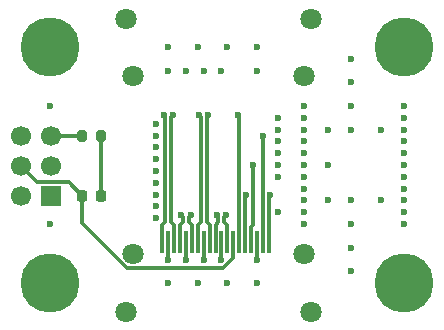
<source format=gbr>
%TF.GenerationSoftware,KiCad,Pcbnew,9.0.6*%
%TF.CreationDate,2025-12-18T20:09:51-08:00*%
%TF.ProjectId,hdmi,68646d69-2e6b-4696-9361-645f70636258,rev?*%
%TF.SameCoordinates,Original*%
%TF.FileFunction,Copper,L4,Bot*%
%TF.FilePolarity,Positive*%
%FSLAX46Y46*%
G04 Gerber Fmt 4.6, Leading zero omitted, Abs format (unit mm)*
G04 Created by KiCad (PCBNEW 9.0.6) date 2025-12-18 20:09:51*
%MOMM*%
%LPD*%
G01*
G04 APERTURE LIST*
G04 Aperture macros list*
%AMRoundRect*
0 Rectangle with rounded corners*
0 $1 Rounding radius*
0 $2 $3 $4 $5 $6 $7 $8 $9 X,Y pos of 4 corners*
0 Add a 4 corners polygon primitive as box body*
4,1,4,$2,$3,$4,$5,$6,$7,$8,$9,$2,$3,0*
0 Add four circle primitives for the rounded corners*
1,1,$1+$1,$2,$3*
1,1,$1+$1,$4,$5*
1,1,$1+$1,$6,$7*
1,1,$1+$1,$8,$9*
0 Add four rect primitives between the rounded corners*
20,1,$1+$1,$2,$3,$4,$5,0*
20,1,$1+$1,$4,$5,$6,$7,0*
20,1,$1+$1,$6,$7,$8,$9,0*
20,1,$1+$1,$8,$9,$2,$3,0*%
G04 Aperture macros list end*
%TA.AperFunction,ComponentPad*%
%ADD10C,5.000000*%
%TD*%
%TA.AperFunction,ComponentPad*%
%ADD11C,1.800000*%
%TD*%
%TA.AperFunction,SMDPad,CuDef*%
%ADD12RoundRect,0.218750X-0.218750X-0.256250X0.218750X-0.256250X0.218750X0.256250X-0.218750X0.256250X0*%
%TD*%
%TA.AperFunction,ComponentPad*%
%ADD13R,1.700000X1.700000*%
%TD*%
%TA.AperFunction,ComponentPad*%
%ADD14C,1.700000*%
%TD*%
%TA.AperFunction,SMDPad,CuDef*%
%ADD15RoundRect,0.200000X-0.200000X-0.275000X0.200000X-0.275000X0.200000X0.275000X-0.200000X0.275000X0*%
%TD*%
%TA.AperFunction,SMDPad,CuDef*%
%ADD16R,0.300000X1.900000*%
%TD*%
%TA.AperFunction,ViaPad*%
%ADD17C,0.600000*%
%TD*%
%TA.AperFunction,Conductor*%
%ADD18C,0.300000*%
%TD*%
G04 APERTURE END LIST*
D10*
%TO.P,H2,1,1*%
%TO.N,GND*%
X150000000Y-80000000D03*
%TD*%
%TO.P,H4,1,1*%
%TO.N,GND*%
X150000000Y-100000000D03*
%TD*%
%TO.P,H1,1,1*%
%TO.N,GND*%
X120000000Y-80000000D03*
%TD*%
D11*
%TO.P,J1,SH,SH*%
%TO.N,GND*%
X142100000Y-77600000D03*
X141500000Y-82500000D03*
X127000000Y-82500000D03*
X126400000Y-77600000D03*
%TD*%
D10*
%TO.P,H3,1,1*%
%TO.N,GND*%
X120000000Y-100000000D03*
%TD*%
D12*
%TO.P,D2,1,K*%
%TO.N,Net-(D2-K)*%
X122732500Y-92600000D03*
%TO.P,D2,2,A*%
%TO.N,Net-(D2-A)*%
X124307500Y-92600000D03*
%TD*%
D13*
%TO.P,J3,1,Pin_1*%
%TO.N,unconnected-(J3-Pin_1-Pad1)*%
X120040000Y-92580000D03*
D14*
%TO.P,J3,2,Pin_2*%
%TO.N,GND*%
X117500000Y-92580000D03*
%TO.P,J3,3,Pin_3*%
%TO.N,unconnected-(J3-Pin_3-Pad3)*%
X120040000Y-90040000D03*
%TO.P,J3,4,Pin_4*%
%TO.N,Net-(D2-K)*%
X117500000Y-90040000D03*
%TO.P,J3,5,Pin_5*%
%TO.N,VDD*%
X120040000Y-87500000D03*
%TO.P,J3,6,Pin_6*%
%TO.N,Net-(D1-K)*%
X117500000Y-87500000D03*
%TD*%
D15*
%TO.P,R2,1*%
%TO.N,VDD*%
X122675000Y-87500000D03*
%TO.P,R2,2*%
%TO.N,Net-(D2-A)*%
X124325000Y-87500000D03*
%TD*%
D16*
%TO.P,J2,1,D2+*%
%TO.N,/D2+*%
X129500000Y-96500000D03*
%TO.P,J2,2,D2S*%
%TO.N,GND*%
X130000000Y-96500000D03*
%TO.P,J2,3,D2-*%
%TO.N,/D2-*%
X130500000Y-96500000D03*
%TO.P,J2,4,D1+*%
%TO.N,/D1+*%
X131000000Y-96500000D03*
%TO.P,J2,5,D1S*%
%TO.N,GND*%
X131500000Y-96500000D03*
%TO.P,J2,6,D1-*%
%TO.N,/D1-*%
X132000000Y-96500000D03*
%TO.P,J2,7,D0+*%
%TO.N,/D0+*%
X132500000Y-96500000D03*
%TO.P,J2,8,D0S*%
%TO.N,GND*%
X133000000Y-96500000D03*
%TO.P,J2,9,D0-*%
%TO.N,/D0-*%
X133500000Y-96500000D03*
%TO.P,J2,10,CK+*%
%TO.N,/CK+*%
X134000000Y-96500000D03*
%TO.P,J2,11,CKS*%
%TO.N,GND*%
X134500000Y-96500000D03*
%TO.P,J2,12,CK-*%
%TO.N,/CK-*%
X135000000Y-96500000D03*
%TO.P,J2,13,CEC*%
%TO.N,Net-(D2-K)*%
X135500000Y-96500000D03*
%TO.P,J2,14,UTILITY*%
%TO.N,Net-(J1-UTILITY)*%
X136000000Y-96500000D03*
%TO.P,J2,15,SCL*%
%TO.N,Net-(J1-SCL)*%
X136500000Y-96500000D03*
%TO.P,J2,16,SDA*%
%TO.N,Net-(J1-SDA)*%
X137000000Y-96500000D03*
%TO.P,J2,17,GND*%
%TO.N,GND*%
X137500000Y-96500000D03*
%TO.P,J2,18,+5V*%
%TO.N,Net-(J1-+5V)*%
X138000000Y-96500000D03*
%TO.P,J2,19,HPD*%
%TO.N,Net-(J1-HPD)*%
X138500000Y-96500000D03*
D11*
%TO.P,J2,SH,SH*%
%TO.N,GND*%
X142100000Y-102400000D03*
X141500000Y-97500000D03*
X127000000Y-97500000D03*
X126400000Y-102400000D03*
%TD*%
D17*
%TO.N,Net-(J1-HPD)*%
X138600000Y-92500000D03*
%TO.N,Net-(J1-SDA)*%
X137200000Y-90000000D03*
%TO.N,Net-(J1-UTILITY)*%
X135900000Y-85750000D03*
%TO.N,Net-(J1-SCL)*%
X136600000Y-92500000D03*
%TO.N,/D0+*%
X132600000Y-85750000D03*
%TO.N,/D1+*%
X131100000Y-94250000D03*
%TO.N,/D2+*%
X129600000Y-85750000D03*
%TO.N,/D1-*%
X131900000Y-94250000D03*
%TO.N,/D0-*%
X133400000Y-85750000D03*
%TO.N,/D2-*%
X130400000Y-85750000D03*
%TO.N,/CK+*%
X134100000Y-94250000D03*
%TO.N,/CK-*%
X134900000Y-94250000D03*
%TO.N,GND*%
X132500000Y-100000000D03*
X129000000Y-89500000D03*
X150000000Y-87000000D03*
X145500000Y-81000000D03*
X130000000Y-80000000D03*
X130000000Y-82000000D03*
X150000000Y-90000000D03*
X148000000Y-93000000D03*
X129000000Y-92500000D03*
X150000000Y-95000000D03*
X145500000Y-99000000D03*
X129000000Y-90500000D03*
X141500000Y-88000000D03*
X145500000Y-85000000D03*
X130000000Y-98000000D03*
X145500000Y-95000000D03*
X150000000Y-86000000D03*
X150000000Y-91000000D03*
X150000000Y-92000000D03*
X145500000Y-97000000D03*
X133000000Y-98000000D03*
X145500000Y-87000000D03*
X139250000Y-89000000D03*
X129000000Y-91500000D03*
X150000000Y-93000000D03*
X129000000Y-88500000D03*
X137500000Y-82000000D03*
X148000000Y-87000000D03*
X141500000Y-92000000D03*
X134500000Y-98000000D03*
X145500000Y-83000000D03*
X141500000Y-85000000D03*
X120000000Y-95000000D03*
X141500000Y-87000000D03*
X150000000Y-94000000D03*
X132500000Y-80000000D03*
X150000000Y-85000000D03*
X141500000Y-94000000D03*
X141500000Y-93000000D03*
X141500000Y-90000000D03*
X120000000Y-85000000D03*
X139250000Y-88000000D03*
X150000000Y-89000000D03*
X143500000Y-87000000D03*
X130000000Y-100000000D03*
X139250000Y-90000000D03*
X139250000Y-86000000D03*
X141500000Y-89000000D03*
X141500000Y-95000000D03*
X131500000Y-82000000D03*
X150000000Y-88000000D03*
X137500000Y-100000000D03*
X141500000Y-91000000D03*
X139250000Y-87000000D03*
X134500000Y-82000000D03*
X139250000Y-91000000D03*
X143500000Y-93000000D03*
X129000000Y-86500000D03*
X143500000Y-90000000D03*
X135000000Y-80000000D03*
X129000000Y-87500000D03*
X137500000Y-80000000D03*
X129000000Y-94500000D03*
X137500000Y-98000000D03*
X133000000Y-82000000D03*
X129000000Y-93500000D03*
X141500000Y-86000000D03*
X135000000Y-100000000D03*
X131500000Y-98000000D03*
X139250000Y-94000000D03*
X145500000Y-93000000D03*
%TO.N,Net-(J1-+5V)*%
X138000000Y-87500000D03*
%TD*%
D18*
%TO.N,Net-(J1-HPD)*%
X138600000Y-92500000D02*
X138500000Y-92600000D01*
X138500000Y-92600000D02*
X138500000Y-96500000D01*
%TO.N,Net-(J1-SDA)*%
X137200000Y-90000000D02*
X137200000Y-95050000D01*
X137200000Y-95050000D02*
X137000000Y-95250000D01*
X137000000Y-95250000D02*
X137000000Y-96500000D01*
%TO.N,Net-(J1-UTILITY)*%
X136000000Y-85850000D02*
X136000000Y-96500000D01*
X135900000Y-85750000D02*
X136000000Y-85850000D01*
%TO.N,Net-(J1-SCL)*%
X136500000Y-92600000D02*
X136500000Y-96500000D01*
X136600000Y-92500000D02*
X136500000Y-92600000D01*
%TO.N,/D0+*%
X132600000Y-85750000D02*
X132750000Y-85900000D01*
X132500000Y-95074999D02*
X132500000Y-96500000D01*
X132750000Y-94824999D02*
X132500000Y-95074999D01*
X132750000Y-85900000D02*
X132750000Y-94824999D01*
%TO.N,/D1+*%
X131000000Y-96500000D02*
X131000000Y-95074999D01*
X131000000Y-95074999D02*
X131250000Y-94824999D01*
X131250000Y-94824999D02*
X131250000Y-94400000D01*
X131250000Y-94400000D02*
X131100000Y-94250000D01*
%TO.N,/D2+*%
X129750000Y-94824999D02*
X129500000Y-95074999D01*
X129600000Y-85750000D02*
X129750000Y-85900000D01*
X129500000Y-95074999D02*
X129500000Y-96500000D01*
X129750000Y-85900000D02*
X129750000Y-94824999D01*
%TO.N,/D1-*%
X132000000Y-96500000D02*
X132000000Y-95074999D01*
X131750000Y-94400000D02*
X131900000Y-94250000D01*
X131750000Y-94824999D02*
X131750000Y-94400000D01*
X132000000Y-95074999D02*
X131750000Y-94824999D01*
%TO.N,/D0-*%
X133250000Y-94824999D02*
X133500000Y-95074999D01*
X133500000Y-95074999D02*
X133500000Y-96500000D01*
X133250000Y-85900000D02*
X133250000Y-94824999D01*
X133400000Y-85750000D02*
X133250000Y-85900000D01*
%TO.N,/D2-*%
X130500000Y-95074999D02*
X130500000Y-96500000D01*
X130250000Y-94824999D02*
X130500000Y-95074999D01*
X130400000Y-85750000D02*
X130250000Y-85900000D01*
X130250000Y-85900000D02*
X130250000Y-94824999D01*
%TO.N,/CK+*%
X134250000Y-94400000D02*
X134100000Y-94250000D01*
X134000000Y-95074999D02*
X134250000Y-94824999D01*
X134000000Y-96500000D02*
X134000000Y-95074999D01*
X134250000Y-94824999D02*
X134250000Y-94400000D01*
%TO.N,/CK-*%
X134750000Y-94400000D02*
X134900000Y-94250000D01*
X135000000Y-95074999D02*
X134750000Y-94824999D01*
X135000000Y-96500000D02*
X135000000Y-95074999D01*
X134750000Y-94824999D02*
X134750000Y-94400000D01*
%TO.N,GND*%
X134500000Y-96500000D02*
X134500000Y-98000000D01*
X131500000Y-96500000D02*
X131500000Y-98000000D01*
X133000000Y-96500000D02*
X133000000Y-98000000D01*
X130000000Y-96500000D02*
X130000000Y-98000000D01*
X137500000Y-96500000D02*
X137500000Y-98000000D01*
%TO.N,Net-(J1-+5V)*%
X138000000Y-87500000D02*
X138000000Y-96500000D01*
%TO.N,Net-(D2-A)*%
X124307500Y-87517500D02*
X124325000Y-87500000D01*
X124307500Y-92600000D02*
X124307500Y-87517500D01*
%TO.N,Net-(D2-K)*%
X118889000Y-91429000D02*
X117500000Y-90040000D01*
X122732500Y-94930971D02*
X122732500Y-92600000D01*
X126502529Y-98701000D02*
X122732500Y-94930971D01*
X135500000Y-96500000D02*
X135500000Y-97849943D01*
X122732500Y-92600000D02*
X121561500Y-91429000D01*
X134648943Y-98701000D02*
X126502529Y-98701000D01*
X135500000Y-97849943D02*
X134648943Y-98701000D01*
X121561500Y-91429000D02*
X118889000Y-91429000D01*
%TO.N,VDD*%
X122675000Y-87500000D02*
X120040000Y-87500000D01*
%TD*%
M02*

</source>
